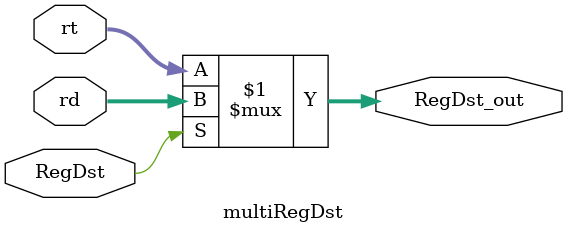
<source format=v>
module multiRegDst (rt, rd, RegDst, RegDst_out);
    input [4:0] rt, rd;
    input RegDst;
    output [4:0] RegDst_out;

    assign RegDst_out = RegDst ? rd : rt;

endmodule
</source>
